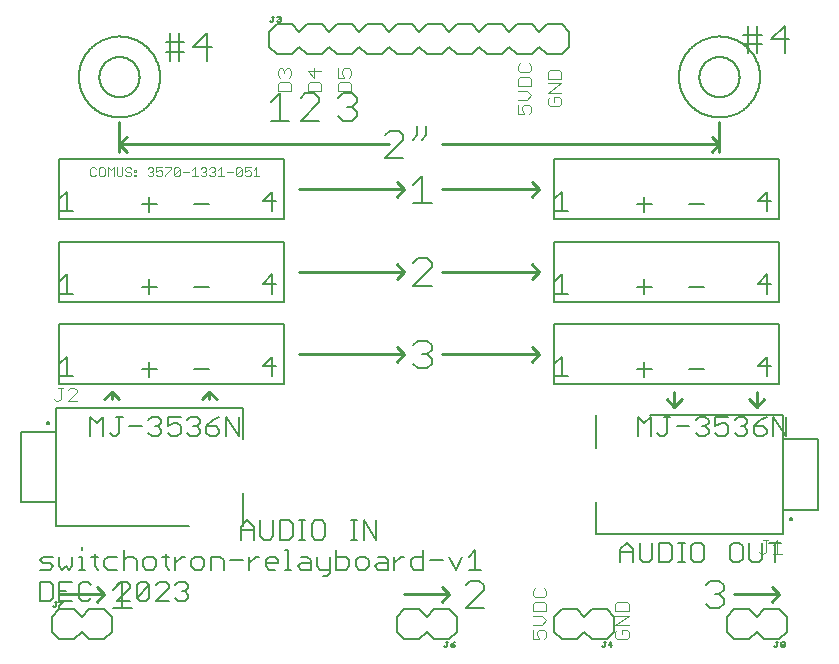
<source format=gbr>
G04 EAGLE Gerber RS-274X export*
G75*
%MOMM*%
%FSLAX34Y34*%
%LPD*%
%INSilkscreen Top*%
%IPPOS*%
%AMOC8*
5,1,8,0,0,1.08239X$1,22.5*%
G01*
%ADD10C,0.152400*%
%ADD11C,0.101600*%
%ADD12C,0.203200*%
%ADD13C,0.254000*%
%ADD14C,0.076200*%
%ADD15C,0.127000*%
%ADD16C,0.200000*%


D10*
X502412Y178562D02*
X502412Y194832D01*
X507835Y189409D01*
X513259Y194832D01*
X513259Y178562D01*
X518784Y181274D02*
X521495Y178562D01*
X524207Y178562D01*
X526919Y181274D01*
X526919Y194832D01*
X529630Y194832D02*
X524207Y194832D01*
X535155Y186697D02*
X546002Y186697D01*
X551527Y192120D02*
X554238Y194832D01*
X559662Y194832D01*
X562373Y192120D01*
X562373Y189409D01*
X559662Y186697D01*
X556950Y186697D01*
X559662Y186697D02*
X562373Y183985D01*
X562373Y181274D01*
X559662Y178562D01*
X554238Y178562D01*
X551527Y181274D01*
X567898Y194832D02*
X578745Y194832D01*
X567898Y194832D02*
X567898Y186697D01*
X573322Y189409D01*
X576033Y189409D01*
X578745Y186697D01*
X578745Y181274D01*
X576033Y178562D01*
X570610Y178562D01*
X567898Y181274D01*
X584270Y192120D02*
X586981Y194832D01*
X592405Y194832D01*
X595116Y192120D01*
X595116Y189409D01*
X592405Y186697D01*
X589693Y186697D01*
X592405Y186697D02*
X595116Y183985D01*
X595116Y181274D01*
X592405Y178562D01*
X586981Y178562D01*
X584270Y181274D01*
X606065Y192120D02*
X611488Y194832D01*
X606065Y192120D02*
X600641Y186697D01*
X600641Y181274D01*
X603353Y178562D01*
X608776Y178562D01*
X611488Y181274D01*
X611488Y183985D01*
X608776Y186697D01*
X600641Y186697D01*
X617013Y178562D02*
X617013Y194832D01*
X627860Y178562D01*
X627860Y194832D01*
X487525Y82729D02*
X487525Y71882D01*
X487525Y82729D02*
X492948Y88152D01*
X498371Y82729D01*
X498371Y71882D01*
X498371Y80017D02*
X487525Y80017D01*
X503896Y74594D02*
X503896Y88152D01*
X503896Y74594D02*
X506608Y71882D01*
X512031Y71882D01*
X514743Y74594D01*
X514743Y88152D01*
X520268Y88152D02*
X520268Y71882D01*
X528403Y71882D01*
X531115Y74594D01*
X531115Y85440D01*
X528403Y88152D01*
X520268Y88152D01*
X536640Y71882D02*
X542063Y71882D01*
X539351Y71882D02*
X539351Y88152D01*
X536640Y88152D02*
X542063Y88152D01*
X550266Y88152D02*
X555689Y88152D01*
X550266Y88152D02*
X547554Y85440D01*
X547554Y74594D01*
X550266Y71882D01*
X555689Y71882D01*
X558401Y74594D01*
X558401Y85440D01*
X555689Y88152D01*
X583009Y88152D02*
X588432Y88152D01*
X583009Y88152D02*
X580297Y85440D01*
X580297Y74594D01*
X583009Y71882D01*
X588432Y71882D01*
X591144Y74594D01*
X591144Y85440D01*
X588432Y88152D01*
X596669Y88152D02*
X596669Y74594D01*
X599380Y71882D01*
X604804Y71882D01*
X607515Y74594D01*
X607515Y88152D01*
X618463Y88152D02*
X618463Y71882D01*
X613040Y88152D02*
X623887Y88152D01*
D11*
X425948Y463555D02*
X427897Y465504D01*
X425948Y463555D02*
X425948Y459657D01*
X427897Y457708D01*
X435693Y457708D01*
X437642Y459657D01*
X437642Y463555D01*
X435693Y465504D01*
X431795Y465504D01*
X431795Y461606D01*
X437642Y469402D02*
X425948Y469402D01*
X437642Y477198D01*
X425948Y477198D01*
X425948Y481096D02*
X437642Y481096D01*
X437642Y486943D01*
X435693Y488892D01*
X427897Y488892D01*
X425948Y486943D01*
X425948Y481096D01*
X259842Y470408D02*
X248148Y470408D01*
X259842Y470408D02*
X259842Y476255D01*
X257893Y478204D01*
X250097Y478204D01*
X248148Y476255D01*
X248148Y470408D01*
X248148Y482102D02*
X248148Y489898D01*
X248148Y482102D02*
X253995Y482102D01*
X252046Y486000D01*
X252046Y487949D01*
X253995Y489898D01*
X257893Y489898D01*
X259842Y487949D01*
X259842Y484051D01*
X257893Y482102D01*
X234442Y470408D02*
X222748Y470408D01*
X234442Y470408D02*
X234442Y476255D01*
X232493Y478204D01*
X224697Y478204D01*
X222748Y476255D01*
X222748Y470408D01*
X222748Y487949D02*
X234442Y487949D01*
X228595Y482102D02*
X222748Y487949D01*
X228595Y489898D02*
X228595Y482102D01*
X209042Y470408D02*
X197348Y470408D01*
X209042Y470408D02*
X209042Y476255D01*
X207093Y478204D01*
X199297Y478204D01*
X197348Y476255D01*
X197348Y470408D01*
X199297Y482102D02*
X197348Y484051D01*
X197348Y487949D01*
X199297Y489898D01*
X201246Y489898D01*
X203195Y487949D01*
X203195Y486000D01*
X203195Y487949D02*
X205144Y489898D01*
X207093Y489898D01*
X209042Y487949D01*
X209042Y484051D01*
X207093Y482102D01*
D12*
X65962Y56154D02*
X58166Y48358D01*
X65962Y56154D02*
X65962Y32766D01*
X58166Y32766D02*
X73758Y32766D01*
X356616Y32766D02*
X372208Y32766D01*
X356616Y32766D02*
X372208Y48358D01*
X372208Y52256D01*
X368310Y56154D01*
X360514Y56154D01*
X356616Y52256D01*
X559816Y52256D02*
X563714Y56154D01*
X571510Y56154D01*
X575408Y52256D01*
X575408Y48358D01*
X571510Y44460D01*
X567612Y44460D01*
X571510Y44460D02*
X575408Y40562D01*
X575408Y36664D01*
X571510Y32766D01*
X563714Y32766D01*
X559816Y36664D01*
D13*
X50800Y44450D02*
X12700Y44450D01*
X44450Y38100D02*
X50800Y44450D01*
X44450Y50800D01*
X304800Y44450D02*
X342900Y44450D01*
X336550Y50800D01*
X342900Y44450D02*
X336550Y38100D01*
X584200Y44450D02*
X622300Y44450D01*
X615950Y38100D01*
X622300Y44450D02*
X615950Y50800D01*
D10*
X166454Y90932D02*
X166454Y101779D01*
X171877Y107202D01*
X177300Y101779D01*
X177300Y90932D01*
X177300Y99067D02*
X166454Y99067D01*
X182825Y93644D02*
X182825Y107202D01*
X182825Y93644D02*
X185537Y90932D01*
X190960Y90932D01*
X193672Y93644D01*
X193672Y107202D01*
X199197Y107202D02*
X199197Y90932D01*
X207332Y90932D01*
X210043Y93644D01*
X210043Y104490D01*
X207332Y107202D01*
X199197Y107202D01*
X215568Y90932D02*
X220992Y90932D01*
X218280Y90932D02*
X218280Y107202D01*
X215568Y107202D02*
X220992Y107202D01*
X229194Y107202D02*
X234618Y107202D01*
X229194Y107202D02*
X226483Y104490D01*
X226483Y93644D01*
X229194Y90932D01*
X234618Y90932D01*
X237329Y93644D01*
X237329Y104490D01*
X234618Y107202D01*
X259226Y90932D02*
X264649Y90932D01*
X261937Y90932D02*
X261937Y107202D01*
X259226Y107202D02*
X264649Y107202D01*
X270140Y107202D02*
X270140Y90932D01*
X280987Y90932D02*
X270140Y107202D01*
X280987Y107202D02*
X280987Y90932D01*
X38862Y178562D02*
X38862Y194832D01*
X44285Y189409D01*
X49709Y194832D01*
X49709Y178562D01*
X55234Y181274D02*
X57945Y178562D01*
X60657Y178562D01*
X63369Y181274D01*
X63369Y194832D01*
X66080Y194832D02*
X60657Y194832D01*
X71605Y186697D02*
X82452Y186697D01*
X87977Y192120D02*
X90688Y194832D01*
X96112Y194832D01*
X98823Y192120D01*
X98823Y189409D01*
X96112Y186697D01*
X93400Y186697D01*
X96112Y186697D02*
X98823Y183985D01*
X98823Y181274D01*
X96112Y178562D01*
X90688Y178562D01*
X87977Y181274D01*
X104348Y194832D02*
X115195Y194832D01*
X104348Y194832D02*
X104348Y186697D01*
X109772Y189409D01*
X112483Y189409D01*
X115195Y186697D01*
X115195Y181274D01*
X112483Y178562D01*
X107060Y178562D01*
X104348Y181274D01*
X120720Y192120D02*
X123431Y194832D01*
X128855Y194832D01*
X131566Y192120D01*
X131566Y189409D01*
X128855Y186697D01*
X126143Y186697D01*
X128855Y186697D02*
X131566Y183985D01*
X131566Y181274D01*
X128855Y178562D01*
X123431Y178562D01*
X120720Y181274D01*
X142515Y192120D02*
X147938Y194832D01*
X142515Y192120D02*
X137091Y186697D01*
X137091Y181274D01*
X139803Y178562D01*
X145226Y178562D01*
X147938Y181274D01*
X147938Y183985D01*
X145226Y186697D01*
X137091Y186697D01*
X153463Y178562D02*
X153463Y194832D01*
X164310Y178562D01*
X164310Y194832D01*
D12*
X191516Y461108D02*
X199312Y468904D01*
X199312Y445516D01*
X191516Y445516D02*
X207108Y445516D01*
X216916Y445516D02*
X232508Y445516D01*
X216916Y445516D02*
X232508Y461108D01*
X232508Y465006D01*
X228610Y468904D01*
X220814Y468904D01*
X216916Y465006D01*
X248666Y465006D02*
X252564Y468904D01*
X260360Y468904D01*
X264258Y465006D01*
X264258Y461108D01*
X260360Y457210D01*
X256462Y457210D01*
X260360Y457210D02*
X264258Y453312D01*
X264258Y449414D01*
X260360Y445516D01*
X252564Y445516D01*
X248666Y449414D01*
X288338Y413766D02*
X303930Y413766D01*
X288338Y413766D02*
X303930Y429358D01*
X303930Y433256D01*
X300032Y437154D01*
X292236Y437154D01*
X288338Y433256D01*
X315624Y433256D02*
X315624Y441052D01*
X315624Y433256D02*
X311726Y429358D01*
X323420Y433256D02*
X323420Y441052D01*
X323420Y433256D02*
X319522Y429358D01*
D13*
X336550Y425450D02*
X571500Y425450D01*
X565150Y419100D01*
X571500Y425450D02*
X565150Y431800D01*
X571500Y444500D02*
X571500Y419100D01*
X292100Y425450D02*
X63500Y425450D01*
X69850Y431800D01*
X63500Y425450D02*
X69850Y419100D01*
X63500Y419100D02*
X63500Y444500D01*
D12*
X106514Y496316D02*
X106514Y519704D01*
X114310Y519704D02*
X114310Y496316D01*
X114310Y511908D02*
X102616Y511908D01*
X114310Y511908D02*
X118208Y511908D01*
X118208Y504112D02*
X102616Y504112D01*
X137698Y496316D02*
X137698Y519704D01*
X126004Y508010D01*
X141596Y508010D01*
X595464Y502666D02*
X595464Y526054D01*
X603260Y526054D02*
X603260Y502666D01*
X603260Y518258D02*
X591566Y518258D01*
X603260Y518258D02*
X607158Y518258D01*
X607158Y510462D02*
X591566Y510462D01*
X626648Y502666D02*
X626648Y526054D01*
X614954Y514360D01*
X630546Y514360D01*
D10*
X4272Y65532D02*
X-3863Y65532D01*
X4272Y65532D02*
X6983Y68244D01*
X4272Y70955D01*
X-1152Y70955D01*
X-3863Y73667D01*
X-1152Y76379D01*
X6983Y76379D01*
X12508Y76379D02*
X12508Y68244D01*
X15220Y65532D01*
X17932Y68244D01*
X20643Y65532D01*
X23355Y68244D01*
X23355Y76379D01*
X28880Y76379D02*
X31592Y76379D01*
X31592Y65532D01*
X34303Y65532D02*
X28880Y65532D01*
X31592Y81802D02*
X31592Y84514D01*
X42506Y79090D02*
X42506Y68244D01*
X45218Y65532D01*
X45218Y76379D02*
X39794Y76379D01*
X53420Y76379D02*
X61555Y76379D01*
X53420Y76379D02*
X50709Y73667D01*
X50709Y68244D01*
X53420Y65532D01*
X61555Y65532D01*
X67080Y65532D02*
X67080Y81802D01*
X69792Y76379D02*
X67080Y73667D01*
X69792Y76379D02*
X75215Y76379D01*
X77927Y73667D01*
X77927Y65532D01*
X86163Y65532D02*
X91587Y65532D01*
X94298Y68244D01*
X94298Y73667D01*
X91587Y76379D01*
X86163Y76379D01*
X83452Y73667D01*
X83452Y68244D01*
X86163Y65532D01*
X102535Y68244D02*
X102535Y79090D01*
X102535Y68244D02*
X105247Y65532D01*
X105247Y76379D02*
X99823Y76379D01*
X110738Y76379D02*
X110738Y65532D01*
X110738Y70955D02*
X116161Y76379D01*
X118873Y76379D01*
X127092Y65532D02*
X132516Y65532D01*
X135227Y68244D01*
X135227Y73667D01*
X132516Y76379D01*
X127092Y76379D01*
X124381Y73667D01*
X124381Y68244D01*
X127092Y65532D01*
X140752Y65532D02*
X140752Y76379D01*
X148887Y76379D01*
X151599Y73667D01*
X151599Y65532D01*
X157124Y73667D02*
X167970Y73667D01*
X173495Y76379D02*
X173495Y65532D01*
X173495Y70955D02*
X178919Y76379D01*
X181630Y76379D01*
X189850Y65532D02*
X195273Y65532D01*
X189850Y65532D02*
X187138Y68244D01*
X187138Y73667D01*
X189850Y76379D01*
X195273Y76379D01*
X197985Y73667D01*
X197985Y70955D01*
X187138Y70955D01*
X203510Y81802D02*
X206222Y81802D01*
X206222Y65532D01*
X208933Y65532D02*
X203510Y65532D01*
X217136Y76379D02*
X222559Y76379D01*
X225271Y73667D01*
X225271Y65532D01*
X217136Y65532D01*
X214424Y68244D01*
X217136Y70955D01*
X225271Y70955D01*
X230796Y68244D02*
X230796Y76379D01*
X230796Y68244D02*
X233507Y65532D01*
X241642Y65532D01*
X241642Y62820D02*
X241642Y76379D01*
X241642Y62820D02*
X238931Y60109D01*
X236219Y60109D01*
X247167Y65532D02*
X247167Y81802D01*
X247167Y65532D02*
X255302Y65532D01*
X258014Y68244D01*
X258014Y73667D01*
X255302Y76379D01*
X247167Y76379D01*
X266251Y65532D02*
X271674Y65532D01*
X274386Y68244D01*
X274386Y73667D01*
X271674Y76379D01*
X266251Y76379D01*
X263539Y73667D01*
X263539Y68244D01*
X266251Y65532D01*
X282622Y76379D02*
X288045Y76379D01*
X290757Y73667D01*
X290757Y65532D01*
X282622Y65532D01*
X279911Y68244D01*
X282622Y70955D01*
X290757Y70955D01*
X296282Y65532D02*
X296282Y76379D01*
X301705Y76379D02*
X296282Y70955D01*
X301705Y76379D02*
X304417Y76379D01*
X320772Y81802D02*
X320772Y65532D01*
X312637Y65532D01*
X309925Y68244D01*
X309925Y73667D01*
X312637Y76379D01*
X320772Y76379D01*
X326297Y73667D02*
X337143Y73667D01*
X342668Y76379D02*
X348091Y65532D01*
X353515Y76379D01*
X359040Y76379D02*
X364463Y81802D01*
X364463Y65532D01*
X359040Y65532D02*
X369886Y65532D01*
X-3863Y55132D02*
X-3863Y38862D01*
X4272Y38862D01*
X6983Y41574D01*
X6983Y52420D01*
X4272Y55132D01*
X-3863Y55132D01*
X12508Y55132D02*
X23355Y55132D01*
X12508Y55132D02*
X12508Y38862D01*
X23355Y38862D01*
X17932Y46997D02*
X12508Y46997D01*
X37015Y55132D02*
X39727Y52420D01*
X37015Y55132D02*
X31592Y55132D01*
X28880Y52420D01*
X28880Y41574D01*
X31592Y38862D01*
X37015Y38862D01*
X39727Y41574D01*
X61623Y38862D02*
X72470Y38862D01*
X61623Y38862D02*
X72470Y49709D01*
X72470Y52420D01*
X69758Y55132D01*
X64335Y55132D01*
X61623Y52420D01*
X77995Y52420D02*
X77995Y41574D01*
X77995Y52420D02*
X80706Y55132D01*
X86130Y55132D01*
X88841Y52420D01*
X88841Y41574D01*
X86130Y38862D01*
X80706Y38862D01*
X77995Y41574D01*
X88841Y52420D01*
X94366Y38862D02*
X105213Y38862D01*
X94366Y38862D02*
X105213Y49709D01*
X105213Y52420D01*
X102501Y55132D01*
X97078Y55132D01*
X94366Y52420D01*
X110738Y52420D02*
X113449Y55132D01*
X118873Y55132D01*
X121584Y52420D01*
X121584Y49709D01*
X118873Y46997D01*
X116161Y46997D01*
X118873Y46997D02*
X121584Y44285D01*
X121584Y41574D01*
X118873Y38862D01*
X113449Y38862D01*
X110738Y41574D01*
D12*
X312166Y391258D02*
X319962Y399054D01*
X319962Y375666D01*
X312166Y375666D02*
X327758Y375666D01*
X327758Y305816D02*
X312166Y305816D01*
X327758Y321408D01*
X327758Y325306D01*
X323860Y329204D01*
X316064Y329204D01*
X312166Y325306D01*
X316064Y259354D02*
X312166Y255456D01*
X316064Y259354D02*
X323860Y259354D01*
X327758Y255456D01*
X327758Y251558D01*
X323860Y247660D01*
X319962Y247660D01*
X323860Y247660D02*
X327758Y243762D01*
X327758Y239864D01*
X323860Y235966D01*
X316064Y235966D01*
X312166Y239864D01*
D13*
X304800Y387350D02*
X215900Y387350D01*
X298450Y381000D02*
X304800Y387350D01*
X298450Y393700D01*
X336550Y387350D02*
X419100Y387350D01*
X412750Y381000D01*
X419100Y387350D02*
X412750Y393700D01*
X304800Y317500D02*
X215900Y317500D01*
X298450Y311150D02*
X304800Y317500D01*
X336550Y317500D02*
X419100Y317500D01*
X412750Y311150D01*
X419100Y317500D02*
X412750Y323850D01*
X304800Y247650D02*
X215900Y247650D01*
X298450Y241300D02*
X304800Y247650D01*
X298450Y254000D01*
X336550Y247650D02*
X419100Y247650D01*
X412750Y241300D01*
X419100Y247650D02*
X412750Y254000D01*
X304800Y317500D02*
X298450Y323850D01*
X57150Y215900D02*
X57150Y209550D01*
X57150Y215900D02*
X50800Y209550D01*
X57150Y215900D02*
X63500Y209550D01*
X139700Y209550D02*
X139700Y215900D01*
X133350Y209550D01*
X139700Y215900D02*
X146050Y209550D01*
X533400Y215900D02*
X533400Y203200D01*
X539750Y209550D01*
X533400Y203200D02*
X527050Y209550D01*
X603250Y215900D02*
X603250Y203200D01*
X609600Y209550D01*
X603250Y203200D02*
X596900Y209550D01*
D11*
X400548Y451358D02*
X400548Y459154D01*
X400548Y451358D02*
X406395Y451358D01*
X404446Y455256D01*
X404446Y457205D01*
X406395Y459154D01*
X410293Y459154D01*
X412242Y457205D01*
X412242Y453307D01*
X410293Y451358D01*
X408344Y463052D02*
X400548Y463052D01*
X408344Y463052D02*
X412242Y466950D01*
X408344Y470848D01*
X400548Y470848D01*
X400548Y474746D02*
X412242Y474746D01*
X412242Y480593D01*
X410293Y482542D01*
X402497Y482542D01*
X400548Y480593D01*
X400548Y474746D01*
X400548Y492287D02*
X402497Y494236D01*
X400548Y492287D02*
X400548Y488389D01*
X402497Y486440D01*
X410293Y486440D01*
X412242Y488389D01*
X412242Y492287D01*
X410293Y494236D01*
X413248Y14654D02*
X413248Y6858D01*
X419095Y6858D01*
X417146Y10756D01*
X417146Y12705D01*
X419095Y14654D01*
X422993Y14654D01*
X424942Y12705D01*
X424942Y8807D01*
X422993Y6858D01*
X421044Y18552D02*
X413248Y18552D01*
X421044Y18552D02*
X424942Y22450D01*
X421044Y26348D01*
X413248Y26348D01*
X413248Y30246D02*
X424942Y30246D01*
X424942Y36093D01*
X422993Y38042D01*
X415197Y38042D01*
X413248Y36093D01*
X413248Y30246D01*
X413248Y47787D02*
X415197Y49736D01*
X413248Y47787D02*
X413248Y43889D01*
X415197Y41940D01*
X422993Y41940D01*
X424942Y43889D01*
X424942Y47787D01*
X422993Y49736D01*
X483098Y12705D02*
X485047Y14654D01*
X483098Y12705D02*
X483098Y8807D01*
X485047Y6858D01*
X492843Y6858D01*
X494792Y8807D01*
X494792Y12705D01*
X492843Y14654D01*
X488945Y14654D01*
X488945Y10756D01*
X494792Y18552D02*
X483098Y18552D01*
X494792Y26348D01*
X483098Y26348D01*
X483098Y30246D02*
X494792Y30246D01*
X494792Y36093D01*
X492843Y38042D01*
X485047Y38042D01*
X483098Y36093D01*
X483098Y30246D01*
D14*
X43505Y404797D02*
X42276Y406025D01*
X39819Y406025D01*
X38590Y404797D01*
X38590Y399882D01*
X39819Y398653D01*
X42276Y398653D01*
X43505Y399882D01*
X47303Y406025D02*
X49760Y406025D01*
X47303Y406025D02*
X46074Y404797D01*
X46074Y399882D01*
X47303Y398653D01*
X49760Y398653D01*
X50989Y399882D01*
X50989Y404797D01*
X49760Y406025D01*
X53558Y406025D02*
X53558Y398653D01*
X56016Y403568D02*
X53558Y406025D01*
X56016Y403568D02*
X58473Y406025D01*
X58473Y398653D01*
X61042Y399882D02*
X61042Y406025D01*
X61042Y399882D02*
X62271Y398653D01*
X64729Y398653D01*
X65957Y399882D01*
X65957Y406025D01*
X72213Y406025D02*
X73441Y404797D01*
X72213Y406025D02*
X69755Y406025D01*
X68527Y404797D01*
X68527Y403568D01*
X69755Y402339D01*
X72213Y402339D01*
X73441Y401110D01*
X73441Y399882D01*
X72213Y398653D01*
X69755Y398653D01*
X68527Y399882D01*
X76011Y403568D02*
X77239Y403568D01*
X77239Y402339D01*
X76011Y402339D01*
X76011Y403568D01*
X76011Y399882D02*
X77239Y399882D01*
X77239Y398653D01*
X76011Y398653D01*
X76011Y399882D01*
X87237Y404797D02*
X88466Y406025D01*
X90923Y406025D01*
X92152Y404797D01*
X92152Y403568D01*
X90923Y402339D01*
X89694Y402339D01*
X90923Y402339D02*
X92152Y401110D01*
X92152Y399882D01*
X90923Y398653D01*
X88466Y398653D01*
X87237Y399882D01*
X94721Y406025D02*
X99636Y406025D01*
X94721Y406025D02*
X94721Y402339D01*
X97179Y403568D01*
X98407Y403568D01*
X99636Y402339D01*
X99636Y399882D01*
X98407Y398653D01*
X95950Y398653D01*
X94721Y399882D01*
X102205Y406025D02*
X107120Y406025D01*
X107120Y404797D01*
X102205Y399882D01*
X102205Y398653D01*
X109689Y399882D02*
X109689Y404797D01*
X110918Y406025D01*
X113376Y406025D01*
X114604Y404797D01*
X114604Y399882D01*
X113376Y398653D01*
X110918Y398653D01*
X109689Y399882D01*
X114604Y404797D01*
X117174Y402339D02*
X122088Y402339D01*
X124658Y403568D02*
X127115Y406025D01*
X127115Y398653D01*
X124658Y398653D02*
X129573Y398653D01*
X132142Y404797D02*
X133371Y406025D01*
X135828Y406025D01*
X137057Y404797D01*
X137057Y403568D01*
X135828Y402339D01*
X134599Y402339D01*
X135828Y402339D02*
X137057Y401110D01*
X137057Y399882D01*
X135828Y398653D01*
X133371Y398653D01*
X132142Y399882D01*
X139626Y404797D02*
X140855Y406025D01*
X143312Y406025D01*
X144541Y404797D01*
X144541Y403568D01*
X143312Y402339D01*
X142083Y402339D01*
X143312Y402339D02*
X144541Y401110D01*
X144541Y399882D01*
X143312Y398653D01*
X140855Y398653D01*
X139626Y399882D01*
X147110Y403568D02*
X149568Y406025D01*
X149568Y398653D01*
X152025Y398653D02*
X147110Y398653D01*
X154594Y402339D02*
X159509Y402339D01*
X162079Y399882D02*
X162079Y404797D01*
X163307Y406025D01*
X165765Y406025D01*
X166993Y404797D01*
X166993Y399882D01*
X165765Y398653D01*
X163307Y398653D01*
X162079Y399882D01*
X166993Y404797D01*
X169563Y406025D02*
X174478Y406025D01*
X169563Y406025D02*
X169563Y402339D01*
X172020Y403568D01*
X173249Y403568D01*
X174478Y402339D01*
X174478Y399882D01*
X173249Y398653D01*
X170791Y398653D01*
X169563Y399882D01*
X177047Y403568D02*
X179504Y406025D01*
X179504Y398653D01*
X177047Y398653D02*
X181962Y398653D01*
D12*
X349250Y527050D02*
X361950Y527050D01*
X368300Y520700D01*
X368300Y508000D02*
X361950Y501650D01*
X323850Y527050D02*
X317500Y520700D01*
X323850Y527050D02*
X336550Y527050D01*
X342900Y520700D01*
X342900Y508000D02*
X336550Y501650D01*
X323850Y501650D01*
X317500Y508000D01*
X342900Y520700D02*
X349250Y527050D01*
X342900Y508000D02*
X349250Y501650D01*
X361950Y501650D01*
X285750Y527050D02*
X273050Y527050D01*
X285750Y527050D02*
X292100Y520700D01*
X292100Y508000D02*
X285750Y501650D01*
X292100Y520700D02*
X298450Y527050D01*
X311150Y527050D01*
X317500Y520700D01*
X317500Y508000D02*
X311150Y501650D01*
X298450Y501650D01*
X292100Y508000D01*
X247650Y527050D02*
X241300Y520700D01*
X247650Y527050D02*
X260350Y527050D01*
X266700Y520700D01*
X266700Y508000D02*
X260350Y501650D01*
X247650Y501650D01*
X241300Y508000D01*
X266700Y520700D02*
X273050Y527050D01*
X266700Y508000D02*
X273050Y501650D01*
X285750Y501650D01*
X209550Y527050D02*
X196850Y527050D01*
X209550Y527050D02*
X215900Y520700D01*
X215900Y508000D02*
X209550Y501650D01*
X215900Y520700D02*
X222250Y527050D01*
X234950Y527050D01*
X241300Y520700D01*
X241300Y508000D02*
X234950Y501650D01*
X222250Y501650D01*
X215900Y508000D01*
X190500Y508000D02*
X190500Y520700D01*
X196850Y527050D01*
X190500Y508000D02*
X196850Y501650D01*
X209550Y501650D01*
X374650Y527050D02*
X387350Y527050D01*
X393700Y520700D01*
X393700Y508000D02*
X387350Y501650D01*
X368300Y520700D02*
X374650Y527050D01*
X368300Y508000D02*
X374650Y501650D01*
X387350Y501650D01*
X400050Y527050D02*
X412750Y527050D01*
X419100Y520700D01*
X419100Y508000D02*
X412750Y501650D01*
X393700Y520700D02*
X400050Y527050D01*
X393700Y508000D02*
X400050Y501650D01*
X412750Y501650D01*
X425450Y527050D02*
X438150Y527050D01*
X444500Y520700D01*
X444500Y508000D01*
X438150Y501650D01*
X419100Y520700D02*
X425450Y527050D01*
X419100Y508000D02*
X425450Y501650D01*
X438150Y501650D01*
D15*
X191940Y528955D02*
X191135Y529760D01*
X191940Y528955D02*
X192745Y528955D01*
X193550Y529760D01*
X193550Y533785D01*
X192745Y533785D02*
X194355Y533785D01*
X196748Y532980D02*
X197553Y533785D01*
X199163Y533785D01*
X199968Y532980D01*
X199968Y532175D01*
X199163Y531370D01*
X198358Y531370D01*
X199163Y531370D02*
X199968Y530565D01*
X199968Y529760D01*
X199163Y528955D01*
X197553Y528955D01*
X196748Y529760D01*
X467100Y96050D02*
X625100Y96050D01*
X467100Y96050D02*
X467100Y122550D01*
X625100Y116050D02*
X625100Y96050D01*
X625100Y116050D02*
X625100Y176050D01*
X625100Y196050D01*
X512600Y196050D01*
X467100Y196050D02*
X467100Y168050D01*
X625100Y116050D02*
X655100Y116050D01*
X655100Y176050D01*
X625100Y176050D01*
D16*
X631100Y108550D02*
X631102Y108613D01*
X631108Y108675D01*
X631118Y108737D01*
X631131Y108799D01*
X631149Y108859D01*
X631170Y108918D01*
X631195Y108976D01*
X631224Y109032D01*
X631256Y109086D01*
X631291Y109138D01*
X631329Y109187D01*
X631371Y109235D01*
X631415Y109279D01*
X631463Y109321D01*
X631512Y109359D01*
X631564Y109394D01*
X631618Y109426D01*
X631674Y109455D01*
X631732Y109480D01*
X631791Y109501D01*
X631851Y109519D01*
X631913Y109532D01*
X631975Y109542D01*
X632037Y109548D01*
X632100Y109550D01*
X632163Y109548D01*
X632225Y109542D01*
X632287Y109532D01*
X632349Y109519D01*
X632409Y109501D01*
X632468Y109480D01*
X632526Y109455D01*
X632582Y109426D01*
X632636Y109394D01*
X632688Y109359D01*
X632737Y109321D01*
X632785Y109279D01*
X632829Y109235D01*
X632871Y109187D01*
X632909Y109138D01*
X632944Y109086D01*
X632976Y109032D01*
X633005Y108976D01*
X633030Y108918D01*
X633051Y108859D01*
X633069Y108799D01*
X633082Y108737D01*
X633092Y108675D01*
X633098Y108613D01*
X633100Y108550D01*
X633098Y108487D01*
X633092Y108425D01*
X633082Y108363D01*
X633069Y108301D01*
X633051Y108241D01*
X633030Y108182D01*
X633005Y108124D01*
X632976Y108068D01*
X632944Y108014D01*
X632909Y107962D01*
X632871Y107913D01*
X632829Y107865D01*
X632785Y107821D01*
X632737Y107779D01*
X632688Y107741D01*
X632636Y107706D01*
X632582Y107674D01*
X632526Y107645D01*
X632468Y107620D01*
X632409Y107599D01*
X632349Y107581D01*
X632287Y107568D01*
X632225Y107558D01*
X632163Y107552D01*
X632100Y107550D01*
X632037Y107552D01*
X631975Y107558D01*
X631913Y107568D01*
X631851Y107581D01*
X631791Y107599D01*
X631732Y107620D01*
X631674Y107645D01*
X631618Y107674D01*
X631564Y107706D01*
X631512Y107741D01*
X631463Y107779D01*
X631415Y107821D01*
X631371Y107865D01*
X631329Y107913D01*
X631291Y107962D01*
X631256Y108014D01*
X631224Y108068D01*
X631195Y108124D01*
X631170Y108182D01*
X631149Y108241D01*
X631131Y108301D01*
X631118Y108363D01*
X631108Y108425D01*
X631102Y108487D01*
X631100Y108550D01*
D11*
X604800Y80717D02*
X606752Y78765D01*
X608704Y78765D01*
X610656Y80717D01*
X610656Y90477D01*
X612607Y90477D02*
X608704Y90477D01*
X616510Y86573D02*
X620414Y90477D01*
X620414Y78765D01*
X624317Y78765D02*
X616510Y78765D01*
D15*
X167900Y202400D02*
X9900Y202400D01*
X167900Y202400D02*
X167900Y175900D01*
X9900Y182400D02*
X9900Y202400D01*
X9900Y182400D02*
X9900Y122400D01*
X9900Y102400D01*
X122400Y102400D01*
X167900Y102400D02*
X167900Y130400D01*
X9900Y182400D02*
X-20100Y182400D01*
X-20100Y122400D01*
X9900Y122400D01*
D16*
X1900Y189900D02*
X1902Y189963D01*
X1908Y190025D01*
X1918Y190087D01*
X1931Y190149D01*
X1949Y190209D01*
X1970Y190268D01*
X1995Y190326D01*
X2024Y190382D01*
X2056Y190436D01*
X2091Y190488D01*
X2129Y190537D01*
X2171Y190585D01*
X2215Y190629D01*
X2263Y190671D01*
X2312Y190709D01*
X2364Y190744D01*
X2418Y190776D01*
X2474Y190805D01*
X2532Y190830D01*
X2591Y190851D01*
X2651Y190869D01*
X2713Y190882D01*
X2775Y190892D01*
X2837Y190898D01*
X2900Y190900D01*
X2963Y190898D01*
X3025Y190892D01*
X3087Y190882D01*
X3149Y190869D01*
X3209Y190851D01*
X3268Y190830D01*
X3326Y190805D01*
X3382Y190776D01*
X3436Y190744D01*
X3488Y190709D01*
X3537Y190671D01*
X3585Y190629D01*
X3629Y190585D01*
X3671Y190537D01*
X3709Y190488D01*
X3744Y190436D01*
X3776Y190382D01*
X3805Y190326D01*
X3830Y190268D01*
X3851Y190209D01*
X3869Y190149D01*
X3882Y190087D01*
X3892Y190025D01*
X3898Y189963D01*
X3900Y189900D01*
X3898Y189837D01*
X3892Y189775D01*
X3882Y189713D01*
X3869Y189651D01*
X3851Y189591D01*
X3830Y189532D01*
X3805Y189474D01*
X3776Y189418D01*
X3744Y189364D01*
X3709Y189312D01*
X3671Y189263D01*
X3629Y189215D01*
X3585Y189171D01*
X3537Y189129D01*
X3488Y189091D01*
X3436Y189056D01*
X3382Y189024D01*
X3326Y188995D01*
X3268Y188970D01*
X3209Y188949D01*
X3149Y188931D01*
X3087Y188918D01*
X3025Y188908D01*
X2963Y188902D01*
X2900Y188900D01*
X2837Y188902D01*
X2775Y188908D01*
X2713Y188918D01*
X2651Y188931D01*
X2591Y188949D01*
X2532Y188970D01*
X2474Y188995D01*
X2418Y189024D01*
X2364Y189056D01*
X2312Y189091D01*
X2263Y189129D01*
X2215Y189171D01*
X2171Y189215D01*
X2129Y189263D01*
X2091Y189312D01*
X2056Y189364D01*
X2024Y189418D01*
X1995Y189474D01*
X1970Y189532D01*
X1949Y189591D01*
X1931Y189651D01*
X1918Y189713D01*
X1908Y189775D01*
X1902Y189837D01*
X1900Y189900D01*
D11*
X9748Y207984D02*
X7796Y209935D01*
X9748Y207984D02*
X11700Y207984D01*
X13652Y209935D01*
X13652Y219695D01*
X11700Y219695D02*
X15604Y219695D01*
X19506Y207984D02*
X27314Y207984D01*
X27314Y215791D02*
X19506Y207984D01*
X27314Y215791D02*
X27314Y217743D01*
X25362Y219695D01*
X21458Y219695D01*
X19506Y217743D01*
D10*
X12700Y412750D02*
X203200Y412750D01*
X203200Y361950D01*
X12700Y361950D01*
X12700Y412750D01*
X88900Y381000D02*
X88900Y368300D01*
X82550Y374650D02*
X95250Y374650D01*
X18885Y385332D02*
X13462Y379909D01*
X18885Y385332D02*
X18885Y369062D01*
X13462Y369062D02*
X24309Y369062D01*
X127000Y374650D02*
X139700Y374650D01*
X193047Y369062D02*
X193047Y385332D01*
X184912Y377197D01*
X195759Y377197D01*
X431800Y412750D02*
X622300Y412750D01*
X622300Y361950D01*
X431800Y361950D01*
X431800Y412750D01*
X508000Y381000D02*
X508000Y368300D01*
X501650Y374650D02*
X514350Y374650D01*
X437985Y385332D02*
X432562Y379909D01*
X437985Y385332D02*
X437985Y369062D01*
X432562Y369062D02*
X443409Y369062D01*
X546100Y374650D02*
X558800Y374650D01*
X612147Y369062D02*
X612147Y385332D01*
X604012Y377197D01*
X614859Y377197D01*
X203200Y342900D02*
X12700Y342900D01*
X203200Y342900D02*
X203200Y292100D01*
X12700Y292100D01*
X12700Y342900D01*
X88900Y311150D02*
X88900Y298450D01*
X82550Y304800D02*
X95250Y304800D01*
X18885Y315482D02*
X13462Y310059D01*
X18885Y315482D02*
X18885Y299212D01*
X13462Y299212D02*
X24309Y299212D01*
X127000Y304800D02*
X139700Y304800D01*
X193047Y299212D02*
X193047Y315482D01*
X184912Y307347D01*
X195759Y307347D01*
X431800Y342900D02*
X622300Y342900D01*
X622300Y292100D01*
X431800Y292100D01*
X431800Y342900D01*
X508000Y311150D02*
X508000Y298450D01*
X501650Y304800D02*
X514350Y304800D01*
X437985Y315482D02*
X432562Y310059D01*
X437985Y315482D02*
X437985Y299212D01*
X432562Y299212D02*
X443409Y299212D01*
X546100Y304800D02*
X558800Y304800D01*
X612147Y299212D02*
X612147Y315482D01*
X604012Y307347D01*
X614859Y307347D01*
X203200Y273050D02*
X12700Y273050D01*
X203200Y273050D02*
X203200Y222250D01*
X12700Y222250D01*
X12700Y273050D01*
X88900Y241300D02*
X88900Y228600D01*
X82550Y234950D02*
X95250Y234950D01*
X18885Y245632D02*
X13462Y240209D01*
X18885Y245632D02*
X18885Y229362D01*
X13462Y229362D02*
X24309Y229362D01*
X127000Y234950D02*
X139700Y234950D01*
X193047Y229362D02*
X193047Y245632D01*
X184912Y237497D01*
X195759Y237497D01*
X431800Y273050D02*
X622300Y273050D01*
X622300Y222250D01*
X431800Y222250D01*
X431800Y273050D01*
X508000Y241300D02*
X508000Y228600D01*
X501650Y234950D02*
X514350Y234950D01*
X437985Y245632D02*
X432562Y240209D01*
X437985Y245632D02*
X437985Y229362D01*
X432562Y229362D02*
X443409Y229362D01*
X546100Y234950D02*
X558800Y234950D01*
X612147Y229362D02*
X612147Y245632D01*
X604012Y237497D01*
X614859Y237497D01*
D12*
X342900Y6350D02*
X330200Y6350D01*
X323850Y12700D01*
X323850Y25400D02*
X330200Y31750D01*
X323850Y12700D02*
X317500Y6350D01*
X304800Y6350D01*
X298450Y12700D01*
X298450Y25400D02*
X304800Y31750D01*
X317500Y31750D01*
X323850Y25400D01*
X349250Y25400D02*
X349250Y12700D01*
X342900Y6350D01*
X349250Y25400D02*
X342900Y31750D01*
X330200Y31750D01*
X298450Y25400D02*
X298450Y12700D01*
D15*
X338659Y424D02*
X339464Y-381D01*
X340269Y-381D01*
X341074Y424D01*
X341074Y4449D01*
X340269Y4449D02*
X341879Y4449D01*
X345882Y3644D02*
X347492Y4449D01*
X345882Y3644D02*
X344272Y2034D01*
X344272Y424D01*
X345077Y-381D01*
X346687Y-381D01*
X347492Y424D01*
X347492Y1229D01*
X346687Y2034D01*
X344272Y2034D01*
D12*
X25400Y31750D02*
X12700Y31750D01*
X25400Y31750D02*
X31750Y25400D01*
X31750Y12700D02*
X25400Y6350D01*
X31750Y25400D02*
X38100Y31750D01*
X50800Y31750D01*
X57150Y25400D01*
X57150Y12700D02*
X50800Y6350D01*
X38100Y6350D01*
X31750Y12700D01*
X6350Y12700D02*
X6350Y25400D01*
X12700Y31750D01*
X6350Y12700D02*
X12700Y6350D01*
X25400Y6350D01*
X57150Y12700D02*
X57150Y25400D01*
D15*
X7790Y33655D02*
X6985Y34460D01*
X7790Y33655D02*
X8595Y33655D01*
X9400Y34460D01*
X9400Y38485D01*
X8595Y38485D02*
X10205Y38485D01*
X12598Y38485D02*
X15818Y38485D01*
X15818Y37680D01*
X12598Y34460D01*
X12598Y33655D01*
D12*
X609600Y6350D02*
X622300Y6350D01*
X609600Y6350D02*
X603250Y12700D01*
X603250Y25400D02*
X609600Y31750D01*
X603250Y12700D02*
X596900Y6350D01*
X584200Y6350D01*
X577850Y12700D01*
X577850Y25400D02*
X584200Y31750D01*
X596900Y31750D01*
X603250Y25400D01*
X628650Y25400D02*
X628650Y12700D01*
X622300Y6350D01*
X628650Y25400D02*
X622300Y31750D01*
X609600Y31750D01*
X577850Y25400D02*
X577850Y12700D01*
D15*
X618059Y424D02*
X618864Y-381D01*
X619669Y-381D01*
X620474Y424D01*
X620474Y4449D01*
X619669Y4449D02*
X621279Y4449D01*
X623672Y3644D02*
X624477Y4449D01*
X626087Y4449D01*
X626892Y3644D01*
X626892Y2839D01*
X626087Y2034D01*
X626892Y1229D01*
X626892Y424D01*
X626087Y-381D01*
X624477Y-381D01*
X623672Y424D01*
X623672Y1229D01*
X624477Y2034D01*
X623672Y2839D01*
X623672Y3644D01*
X624477Y2034D02*
X626087Y2034D01*
D10*
X29210Y482600D02*
X29220Y483442D01*
X29251Y484283D01*
X29303Y485123D01*
X29375Y485961D01*
X29468Y486797D01*
X29581Y487631D01*
X29715Y488462D01*
X29869Y489290D01*
X30043Y490113D01*
X30238Y490932D01*
X30452Y491746D01*
X30687Y492554D01*
X30941Y493356D01*
X31214Y494152D01*
X31508Y494941D01*
X31820Y495722D01*
X32152Y496496D01*
X32502Y497261D01*
X32871Y498017D01*
X33259Y498764D01*
X33665Y499501D01*
X34088Y500229D01*
X34530Y500945D01*
X34989Y501651D01*
X35465Y502344D01*
X35958Y503027D01*
X36468Y503696D01*
X36993Y504353D01*
X37535Y504997D01*
X38093Y505628D01*
X38666Y506244D01*
X39253Y506847D01*
X39856Y507434D01*
X40472Y508007D01*
X41103Y508565D01*
X41747Y509107D01*
X42404Y509632D01*
X43073Y510142D01*
X43756Y510635D01*
X44449Y511111D01*
X45155Y511570D01*
X45871Y512012D01*
X46599Y512435D01*
X47336Y512841D01*
X48083Y513229D01*
X48839Y513598D01*
X49604Y513948D01*
X50378Y514280D01*
X51159Y514592D01*
X51948Y514886D01*
X52744Y515159D01*
X53546Y515413D01*
X54354Y515648D01*
X55168Y515862D01*
X55987Y516057D01*
X56810Y516231D01*
X57638Y516385D01*
X58469Y516519D01*
X59303Y516632D01*
X60139Y516725D01*
X60977Y516797D01*
X61817Y516849D01*
X62658Y516880D01*
X63500Y516890D01*
X64342Y516880D01*
X65183Y516849D01*
X66023Y516797D01*
X66861Y516725D01*
X67697Y516632D01*
X68531Y516519D01*
X69362Y516385D01*
X70190Y516231D01*
X71013Y516057D01*
X71832Y515862D01*
X72646Y515648D01*
X73454Y515413D01*
X74256Y515159D01*
X75052Y514886D01*
X75841Y514592D01*
X76622Y514280D01*
X77396Y513948D01*
X78161Y513598D01*
X78917Y513229D01*
X79664Y512841D01*
X80401Y512435D01*
X81129Y512012D01*
X81845Y511570D01*
X82551Y511111D01*
X83244Y510635D01*
X83927Y510142D01*
X84596Y509632D01*
X85253Y509107D01*
X85897Y508565D01*
X86528Y508007D01*
X87144Y507434D01*
X87747Y506847D01*
X88334Y506244D01*
X88907Y505628D01*
X89465Y504997D01*
X90007Y504353D01*
X90532Y503696D01*
X91042Y503027D01*
X91535Y502344D01*
X92011Y501651D01*
X92470Y500945D01*
X92912Y500229D01*
X93335Y499501D01*
X93741Y498764D01*
X94129Y498017D01*
X94498Y497261D01*
X94848Y496496D01*
X95180Y495722D01*
X95492Y494941D01*
X95786Y494152D01*
X96059Y493356D01*
X96313Y492554D01*
X96548Y491746D01*
X96762Y490932D01*
X96957Y490113D01*
X97131Y489290D01*
X97285Y488462D01*
X97419Y487631D01*
X97532Y486797D01*
X97625Y485961D01*
X97697Y485123D01*
X97749Y484283D01*
X97780Y483442D01*
X97790Y482600D01*
X97780Y481758D01*
X97749Y480917D01*
X97697Y480077D01*
X97625Y479239D01*
X97532Y478403D01*
X97419Y477569D01*
X97285Y476738D01*
X97131Y475910D01*
X96957Y475087D01*
X96762Y474268D01*
X96548Y473454D01*
X96313Y472646D01*
X96059Y471844D01*
X95786Y471048D01*
X95492Y470259D01*
X95180Y469478D01*
X94848Y468704D01*
X94498Y467939D01*
X94129Y467183D01*
X93741Y466436D01*
X93335Y465699D01*
X92912Y464971D01*
X92470Y464255D01*
X92011Y463549D01*
X91535Y462856D01*
X91042Y462173D01*
X90532Y461504D01*
X90007Y460847D01*
X89465Y460203D01*
X88907Y459572D01*
X88334Y458956D01*
X87747Y458353D01*
X87144Y457766D01*
X86528Y457193D01*
X85897Y456635D01*
X85253Y456093D01*
X84596Y455568D01*
X83927Y455058D01*
X83244Y454565D01*
X82551Y454089D01*
X81845Y453630D01*
X81129Y453188D01*
X80401Y452765D01*
X79664Y452359D01*
X78917Y451971D01*
X78161Y451602D01*
X77396Y451252D01*
X76622Y450920D01*
X75841Y450608D01*
X75052Y450314D01*
X74256Y450041D01*
X73454Y449787D01*
X72646Y449552D01*
X71832Y449338D01*
X71013Y449143D01*
X70190Y448969D01*
X69362Y448815D01*
X68531Y448681D01*
X67697Y448568D01*
X66861Y448475D01*
X66023Y448403D01*
X65183Y448351D01*
X64342Y448320D01*
X63500Y448310D01*
X62658Y448320D01*
X61817Y448351D01*
X60977Y448403D01*
X60139Y448475D01*
X59303Y448568D01*
X58469Y448681D01*
X57638Y448815D01*
X56810Y448969D01*
X55987Y449143D01*
X55168Y449338D01*
X54354Y449552D01*
X53546Y449787D01*
X52744Y450041D01*
X51948Y450314D01*
X51159Y450608D01*
X50378Y450920D01*
X49604Y451252D01*
X48839Y451602D01*
X48083Y451971D01*
X47336Y452359D01*
X46599Y452765D01*
X45871Y453188D01*
X45155Y453630D01*
X44449Y454089D01*
X43756Y454565D01*
X43073Y455058D01*
X42404Y455568D01*
X41747Y456093D01*
X41103Y456635D01*
X40472Y457193D01*
X39856Y457766D01*
X39253Y458353D01*
X38666Y458956D01*
X38093Y459572D01*
X37535Y460203D01*
X36993Y460847D01*
X36468Y461504D01*
X35958Y462173D01*
X35465Y462856D01*
X34989Y463549D01*
X34530Y464255D01*
X34088Y464971D01*
X33665Y465699D01*
X33259Y466436D01*
X32871Y467183D01*
X32502Y467939D01*
X32152Y468704D01*
X31820Y469478D01*
X31508Y470259D01*
X31214Y471048D01*
X30941Y471844D01*
X30687Y472646D01*
X30452Y473454D01*
X30238Y474268D01*
X30043Y475087D01*
X29869Y475910D01*
X29715Y476738D01*
X29581Y477569D01*
X29468Y478403D01*
X29375Y479239D01*
X29303Y480077D01*
X29251Y480917D01*
X29220Y481758D01*
X29210Y482600D01*
D12*
X46500Y482600D02*
X46505Y483017D01*
X46520Y483434D01*
X46546Y483851D01*
X46582Y484266D01*
X46628Y484681D01*
X46684Y485094D01*
X46750Y485506D01*
X46827Y485917D01*
X46913Y486325D01*
X47009Y486731D01*
X47116Y487134D01*
X47232Y487535D01*
X47358Y487933D01*
X47494Y488327D01*
X47639Y488718D01*
X47794Y489106D01*
X47958Y489489D01*
X48132Y489868D01*
X48315Y490243D01*
X48507Y490614D01*
X48709Y490979D01*
X48919Y491340D01*
X49137Y491695D01*
X49365Y492045D01*
X49601Y492389D01*
X49845Y492727D01*
X50098Y493059D01*
X50359Y493385D01*
X50627Y493704D01*
X50904Y494017D01*
X51188Y494322D01*
X51479Y494621D01*
X51778Y494912D01*
X52083Y495196D01*
X52396Y495473D01*
X52715Y495741D01*
X53041Y496002D01*
X53373Y496255D01*
X53711Y496499D01*
X54055Y496735D01*
X54405Y496963D01*
X54760Y497181D01*
X55121Y497391D01*
X55486Y497593D01*
X55857Y497785D01*
X56232Y497968D01*
X56611Y498142D01*
X56994Y498306D01*
X57382Y498461D01*
X57773Y498606D01*
X58167Y498742D01*
X58565Y498868D01*
X58966Y498984D01*
X59369Y499091D01*
X59775Y499187D01*
X60183Y499273D01*
X60594Y499350D01*
X61006Y499416D01*
X61419Y499472D01*
X61834Y499518D01*
X62249Y499554D01*
X62666Y499580D01*
X63083Y499595D01*
X63500Y499600D01*
X63917Y499595D01*
X64334Y499580D01*
X64751Y499554D01*
X65166Y499518D01*
X65581Y499472D01*
X65994Y499416D01*
X66406Y499350D01*
X66817Y499273D01*
X67225Y499187D01*
X67631Y499091D01*
X68034Y498984D01*
X68435Y498868D01*
X68833Y498742D01*
X69227Y498606D01*
X69618Y498461D01*
X70006Y498306D01*
X70389Y498142D01*
X70768Y497968D01*
X71143Y497785D01*
X71514Y497593D01*
X71879Y497391D01*
X72240Y497181D01*
X72595Y496963D01*
X72945Y496735D01*
X73289Y496499D01*
X73627Y496255D01*
X73959Y496002D01*
X74285Y495741D01*
X74604Y495473D01*
X74917Y495196D01*
X75222Y494912D01*
X75521Y494621D01*
X75812Y494322D01*
X76096Y494017D01*
X76373Y493704D01*
X76641Y493385D01*
X76902Y493059D01*
X77155Y492727D01*
X77399Y492389D01*
X77635Y492045D01*
X77863Y491695D01*
X78081Y491340D01*
X78291Y490979D01*
X78493Y490614D01*
X78685Y490243D01*
X78868Y489868D01*
X79042Y489489D01*
X79206Y489106D01*
X79361Y488718D01*
X79506Y488327D01*
X79642Y487933D01*
X79768Y487535D01*
X79884Y487134D01*
X79991Y486731D01*
X80087Y486325D01*
X80173Y485917D01*
X80250Y485506D01*
X80316Y485094D01*
X80372Y484681D01*
X80418Y484266D01*
X80454Y483851D01*
X80480Y483434D01*
X80495Y483017D01*
X80500Y482600D01*
X80495Y482183D01*
X80480Y481766D01*
X80454Y481349D01*
X80418Y480934D01*
X80372Y480519D01*
X80316Y480106D01*
X80250Y479694D01*
X80173Y479283D01*
X80087Y478875D01*
X79991Y478469D01*
X79884Y478066D01*
X79768Y477665D01*
X79642Y477267D01*
X79506Y476873D01*
X79361Y476482D01*
X79206Y476094D01*
X79042Y475711D01*
X78868Y475332D01*
X78685Y474957D01*
X78493Y474586D01*
X78291Y474221D01*
X78081Y473860D01*
X77863Y473505D01*
X77635Y473155D01*
X77399Y472811D01*
X77155Y472473D01*
X76902Y472141D01*
X76641Y471815D01*
X76373Y471496D01*
X76096Y471183D01*
X75812Y470878D01*
X75521Y470579D01*
X75222Y470288D01*
X74917Y470004D01*
X74604Y469727D01*
X74285Y469459D01*
X73959Y469198D01*
X73627Y468945D01*
X73289Y468701D01*
X72945Y468465D01*
X72595Y468237D01*
X72240Y468019D01*
X71879Y467809D01*
X71514Y467607D01*
X71143Y467415D01*
X70768Y467232D01*
X70389Y467058D01*
X70006Y466894D01*
X69618Y466739D01*
X69227Y466594D01*
X68833Y466458D01*
X68435Y466332D01*
X68034Y466216D01*
X67631Y466109D01*
X67225Y466013D01*
X66817Y465927D01*
X66406Y465850D01*
X65994Y465784D01*
X65581Y465728D01*
X65166Y465682D01*
X64751Y465646D01*
X64334Y465620D01*
X63917Y465605D01*
X63500Y465600D01*
X63083Y465605D01*
X62666Y465620D01*
X62249Y465646D01*
X61834Y465682D01*
X61419Y465728D01*
X61006Y465784D01*
X60594Y465850D01*
X60183Y465927D01*
X59775Y466013D01*
X59369Y466109D01*
X58966Y466216D01*
X58565Y466332D01*
X58167Y466458D01*
X57773Y466594D01*
X57382Y466739D01*
X56994Y466894D01*
X56611Y467058D01*
X56232Y467232D01*
X55857Y467415D01*
X55486Y467607D01*
X55121Y467809D01*
X54760Y468019D01*
X54405Y468237D01*
X54055Y468465D01*
X53711Y468701D01*
X53373Y468945D01*
X53041Y469198D01*
X52715Y469459D01*
X52396Y469727D01*
X52083Y470004D01*
X51778Y470288D01*
X51479Y470579D01*
X51188Y470878D01*
X50904Y471183D01*
X50627Y471496D01*
X50359Y471815D01*
X50098Y472141D01*
X49845Y472473D01*
X49601Y472811D01*
X49365Y473155D01*
X49137Y473505D01*
X48919Y473860D01*
X48709Y474221D01*
X48507Y474586D01*
X48315Y474957D01*
X48132Y475332D01*
X47958Y475711D01*
X47794Y476094D01*
X47639Y476482D01*
X47494Y476873D01*
X47358Y477267D01*
X47232Y477665D01*
X47116Y478066D01*
X47009Y478469D01*
X46913Y478875D01*
X46827Y479283D01*
X46750Y479694D01*
X46684Y480106D01*
X46628Y480519D01*
X46582Y480934D01*
X46546Y481349D01*
X46520Y481766D01*
X46505Y482183D01*
X46500Y482600D01*
D10*
X537210Y482600D02*
X537220Y483442D01*
X537251Y484283D01*
X537303Y485123D01*
X537375Y485961D01*
X537468Y486797D01*
X537581Y487631D01*
X537715Y488462D01*
X537869Y489290D01*
X538043Y490113D01*
X538238Y490932D01*
X538452Y491746D01*
X538687Y492554D01*
X538941Y493356D01*
X539214Y494152D01*
X539508Y494941D01*
X539820Y495722D01*
X540152Y496496D01*
X540502Y497261D01*
X540871Y498017D01*
X541259Y498764D01*
X541665Y499501D01*
X542088Y500229D01*
X542530Y500945D01*
X542989Y501651D01*
X543465Y502344D01*
X543958Y503027D01*
X544468Y503696D01*
X544993Y504353D01*
X545535Y504997D01*
X546093Y505628D01*
X546666Y506244D01*
X547253Y506847D01*
X547856Y507434D01*
X548472Y508007D01*
X549103Y508565D01*
X549747Y509107D01*
X550404Y509632D01*
X551073Y510142D01*
X551756Y510635D01*
X552449Y511111D01*
X553155Y511570D01*
X553871Y512012D01*
X554599Y512435D01*
X555336Y512841D01*
X556083Y513229D01*
X556839Y513598D01*
X557604Y513948D01*
X558378Y514280D01*
X559159Y514592D01*
X559948Y514886D01*
X560744Y515159D01*
X561546Y515413D01*
X562354Y515648D01*
X563168Y515862D01*
X563987Y516057D01*
X564810Y516231D01*
X565638Y516385D01*
X566469Y516519D01*
X567303Y516632D01*
X568139Y516725D01*
X568977Y516797D01*
X569817Y516849D01*
X570658Y516880D01*
X571500Y516890D01*
X572342Y516880D01*
X573183Y516849D01*
X574023Y516797D01*
X574861Y516725D01*
X575697Y516632D01*
X576531Y516519D01*
X577362Y516385D01*
X578190Y516231D01*
X579013Y516057D01*
X579832Y515862D01*
X580646Y515648D01*
X581454Y515413D01*
X582256Y515159D01*
X583052Y514886D01*
X583841Y514592D01*
X584622Y514280D01*
X585396Y513948D01*
X586161Y513598D01*
X586917Y513229D01*
X587664Y512841D01*
X588401Y512435D01*
X589129Y512012D01*
X589845Y511570D01*
X590551Y511111D01*
X591244Y510635D01*
X591927Y510142D01*
X592596Y509632D01*
X593253Y509107D01*
X593897Y508565D01*
X594528Y508007D01*
X595144Y507434D01*
X595747Y506847D01*
X596334Y506244D01*
X596907Y505628D01*
X597465Y504997D01*
X598007Y504353D01*
X598532Y503696D01*
X599042Y503027D01*
X599535Y502344D01*
X600011Y501651D01*
X600470Y500945D01*
X600912Y500229D01*
X601335Y499501D01*
X601741Y498764D01*
X602129Y498017D01*
X602498Y497261D01*
X602848Y496496D01*
X603180Y495722D01*
X603492Y494941D01*
X603786Y494152D01*
X604059Y493356D01*
X604313Y492554D01*
X604548Y491746D01*
X604762Y490932D01*
X604957Y490113D01*
X605131Y489290D01*
X605285Y488462D01*
X605419Y487631D01*
X605532Y486797D01*
X605625Y485961D01*
X605697Y485123D01*
X605749Y484283D01*
X605780Y483442D01*
X605790Y482600D01*
X605780Y481758D01*
X605749Y480917D01*
X605697Y480077D01*
X605625Y479239D01*
X605532Y478403D01*
X605419Y477569D01*
X605285Y476738D01*
X605131Y475910D01*
X604957Y475087D01*
X604762Y474268D01*
X604548Y473454D01*
X604313Y472646D01*
X604059Y471844D01*
X603786Y471048D01*
X603492Y470259D01*
X603180Y469478D01*
X602848Y468704D01*
X602498Y467939D01*
X602129Y467183D01*
X601741Y466436D01*
X601335Y465699D01*
X600912Y464971D01*
X600470Y464255D01*
X600011Y463549D01*
X599535Y462856D01*
X599042Y462173D01*
X598532Y461504D01*
X598007Y460847D01*
X597465Y460203D01*
X596907Y459572D01*
X596334Y458956D01*
X595747Y458353D01*
X595144Y457766D01*
X594528Y457193D01*
X593897Y456635D01*
X593253Y456093D01*
X592596Y455568D01*
X591927Y455058D01*
X591244Y454565D01*
X590551Y454089D01*
X589845Y453630D01*
X589129Y453188D01*
X588401Y452765D01*
X587664Y452359D01*
X586917Y451971D01*
X586161Y451602D01*
X585396Y451252D01*
X584622Y450920D01*
X583841Y450608D01*
X583052Y450314D01*
X582256Y450041D01*
X581454Y449787D01*
X580646Y449552D01*
X579832Y449338D01*
X579013Y449143D01*
X578190Y448969D01*
X577362Y448815D01*
X576531Y448681D01*
X575697Y448568D01*
X574861Y448475D01*
X574023Y448403D01*
X573183Y448351D01*
X572342Y448320D01*
X571500Y448310D01*
X570658Y448320D01*
X569817Y448351D01*
X568977Y448403D01*
X568139Y448475D01*
X567303Y448568D01*
X566469Y448681D01*
X565638Y448815D01*
X564810Y448969D01*
X563987Y449143D01*
X563168Y449338D01*
X562354Y449552D01*
X561546Y449787D01*
X560744Y450041D01*
X559948Y450314D01*
X559159Y450608D01*
X558378Y450920D01*
X557604Y451252D01*
X556839Y451602D01*
X556083Y451971D01*
X555336Y452359D01*
X554599Y452765D01*
X553871Y453188D01*
X553155Y453630D01*
X552449Y454089D01*
X551756Y454565D01*
X551073Y455058D01*
X550404Y455568D01*
X549747Y456093D01*
X549103Y456635D01*
X548472Y457193D01*
X547856Y457766D01*
X547253Y458353D01*
X546666Y458956D01*
X546093Y459572D01*
X545535Y460203D01*
X544993Y460847D01*
X544468Y461504D01*
X543958Y462173D01*
X543465Y462856D01*
X542989Y463549D01*
X542530Y464255D01*
X542088Y464971D01*
X541665Y465699D01*
X541259Y466436D01*
X540871Y467183D01*
X540502Y467939D01*
X540152Y468704D01*
X539820Y469478D01*
X539508Y470259D01*
X539214Y471048D01*
X538941Y471844D01*
X538687Y472646D01*
X538452Y473454D01*
X538238Y474268D01*
X538043Y475087D01*
X537869Y475910D01*
X537715Y476738D01*
X537581Y477569D01*
X537468Y478403D01*
X537375Y479239D01*
X537303Y480077D01*
X537251Y480917D01*
X537220Y481758D01*
X537210Y482600D01*
D12*
X554500Y482600D02*
X554505Y483017D01*
X554520Y483434D01*
X554546Y483851D01*
X554582Y484266D01*
X554628Y484681D01*
X554684Y485094D01*
X554750Y485506D01*
X554827Y485917D01*
X554913Y486325D01*
X555009Y486731D01*
X555116Y487134D01*
X555232Y487535D01*
X555358Y487933D01*
X555494Y488327D01*
X555639Y488718D01*
X555794Y489106D01*
X555958Y489489D01*
X556132Y489868D01*
X556315Y490243D01*
X556507Y490614D01*
X556709Y490979D01*
X556919Y491340D01*
X557137Y491695D01*
X557365Y492045D01*
X557601Y492389D01*
X557845Y492727D01*
X558098Y493059D01*
X558359Y493385D01*
X558627Y493704D01*
X558904Y494017D01*
X559188Y494322D01*
X559479Y494621D01*
X559778Y494912D01*
X560083Y495196D01*
X560396Y495473D01*
X560715Y495741D01*
X561041Y496002D01*
X561373Y496255D01*
X561711Y496499D01*
X562055Y496735D01*
X562405Y496963D01*
X562760Y497181D01*
X563121Y497391D01*
X563486Y497593D01*
X563857Y497785D01*
X564232Y497968D01*
X564611Y498142D01*
X564994Y498306D01*
X565382Y498461D01*
X565773Y498606D01*
X566167Y498742D01*
X566565Y498868D01*
X566966Y498984D01*
X567369Y499091D01*
X567775Y499187D01*
X568183Y499273D01*
X568594Y499350D01*
X569006Y499416D01*
X569419Y499472D01*
X569834Y499518D01*
X570249Y499554D01*
X570666Y499580D01*
X571083Y499595D01*
X571500Y499600D01*
X571917Y499595D01*
X572334Y499580D01*
X572751Y499554D01*
X573166Y499518D01*
X573581Y499472D01*
X573994Y499416D01*
X574406Y499350D01*
X574817Y499273D01*
X575225Y499187D01*
X575631Y499091D01*
X576034Y498984D01*
X576435Y498868D01*
X576833Y498742D01*
X577227Y498606D01*
X577618Y498461D01*
X578006Y498306D01*
X578389Y498142D01*
X578768Y497968D01*
X579143Y497785D01*
X579514Y497593D01*
X579879Y497391D01*
X580240Y497181D01*
X580595Y496963D01*
X580945Y496735D01*
X581289Y496499D01*
X581627Y496255D01*
X581959Y496002D01*
X582285Y495741D01*
X582604Y495473D01*
X582917Y495196D01*
X583222Y494912D01*
X583521Y494621D01*
X583812Y494322D01*
X584096Y494017D01*
X584373Y493704D01*
X584641Y493385D01*
X584902Y493059D01*
X585155Y492727D01*
X585399Y492389D01*
X585635Y492045D01*
X585863Y491695D01*
X586081Y491340D01*
X586291Y490979D01*
X586493Y490614D01*
X586685Y490243D01*
X586868Y489868D01*
X587042Y489489D01*
X587206Y489106D01*
X587361Y488718D01*
X587506Y488327D01*
X587642Y487933D01*
X587768Y487535D01*
X587884Y487134D01*
X587991Y486731D01*
X588087Y486325D01*
X588173Y485917D01*
X588250Y485506D01*
X588316Y485094D01*
X588372Y484681D01*
X588418Y484266D01*
X588454Y483851D01*
X588480Y483434D01*
X588495Y483017D01*
X588500Y482600D01*
X588495Y482183D01*
X588480Y481766D01*
X588454Y481349D01*
X588418Y480934D01*
X588372Y480519D01*
X588316Y480106D01*
X588250Y479694D01*
X588173Y479283D01*
X588087Y478875D01*
X587991Y478469D01*
X587884Y478066D01*
X587768Y477665D01*
X587642Y477267D01*
X587506Y476873D01*
X587361Y476482D01*
X587206Y476094D01*
X587042Y475711D01*
X586868Y475332D01*
X586685Y474957D01*
X586493Y474586D01*
X586291Y474221D01*
X586081Y473860D01*
X585863Y473505D01*
X585635Y473155D01*
X585399Y472811D01*
X585155Y472473D01*
X584902Y472141D01*
X584641Y471815D01*
X584373Y471496D01*
X584096Y471183D01*
X583812Y470878D01*
X583521Y470579D01*
X583222Y470288D01*
X582917Y470004D01*
X582604Y469727D01*
X582285Y469459D01*
X581959Y469198D01*
X581627Y468945D01*
X581289Y468701D01*
X580945Y468465D01*
X580595Y468237D01*
X580240Y468019D01*
X579879Y467809D01*
X579514Y467607D01*
X579143Y467415D01*
X578768Y467232D01*
X578389Y467058D01*
X578006Y466894D01*
X577618Y466739D01*
X577227Y466594D01*
X576833Y466458D01*
X576435Y466332D01*
X576034Y466216D01*
X575631Y466109D01*
X575225Y466013D01*
X574817Y465927D01*
X574406Y465850D01*
X573994Y465784D01*
X573581Y465728D01*
X573166Y465682D01*
X572751Y465646D01*
X572334Y465620D01*
X571917Y465605D01*
X571500Y465600D01*
X571083Y465605D01*
X570666Y465620D01*
X570249Y465646D01*
X569834Y465682D01*
X569419Y465728D01*
X569006Y465784D01*
X568594Y465850D01*
X568183Y465927D01*
X567775Y466013D01*
X567369Y466109D01*
X566966Y466216D01*
X566565Y466332D01*
X566167Y466458D01*
X565773Y466594D01*
X565382Y466739D01*
X564994Y466894D01*
X564611Y467058D01*
X564232Y467232D01*
X563857Y467415D01*
X563486Y467607D01*
X563121Y467809D01*
X562760Y468019D01*
X562405Y468237D01*
X562055Y468465D01*
X561711Y468701D01*
X561373Y468945D01*
X561041Y469198D01*
X560715Y469459D01*
X560396Y469727D01*
X560083Y470004D01*
X559778Y470288D01*
X559479Y470579D01*
X559188Y470878D01*
X558904Y471183D01*
X558627Y471496D01*
X558359Y471815D01*
X558098Y472141D01*
X557845Y472473D01*
X557601Y472811D01*
X557365Y473155D01*
X557137Y473505D01*
X556919Y473860D01*
X556709Y474221D01*
X556507Y474586D01*
X556315Y474957D01*
X556132Y475332D01*
X555958Y475711D01*
X555794Y476094D01*
X555639Y476482D01*
X555494Y476873D01*
X555358Y477267D01*
X555232Y477665D01*
X555116Y478066D01*
X555009Y478469D01*
X554913Y478875D01*
X554827Y479283D01*
X554750Y479694D01*
X554684Y480106D01*
X554628Y480519D01*
X554582Y480934D01*
X554546Y481349D01*
X554520Y481766D01*
X554505Y482183D01*
X554500Y482600D01*
X476250Y6350D02*
X463550Y6350D01*
X457200Y12700D01*
X457200Y25400D02*
X463550Y31750D01*
X457200Y12700D02*
X450850Y6350D01*
X438150Y6350D01*
X431800Y12700D01*
X431800Y25400D02*
X438150Y31750D01*
X450850Y31750D01*
X457200Y25400D01*
X482600Y25400D02*
X482600Y12700D01*
X476250Y6350D01*
X482600Y25400D02*
X476250Y31750D01*
X463550Y31750D01*
X431800Y25400D02*
X431800Y12700D01*
D15*
X472009Y424D02*
X472814Y-381D01*
X473619Y-381D01*
X474424Y424D01*
X474424Y4449D01*
X473619Y4449D02*
X475229Y4449D01*
X480037Y4449D02*
X480037Y-381D01*
X477622Y2034D02*
X480037Y4449D01*
X480842Y2034D02*
X477622Y2034D01*
M02*

</source>
